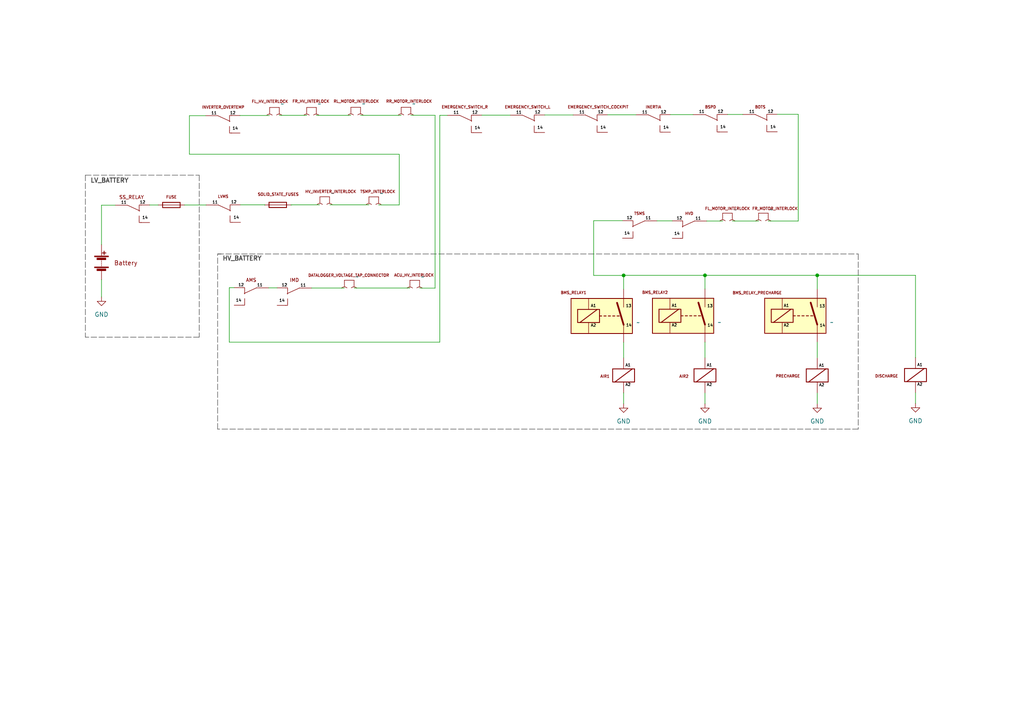
<source format=kicad_sch>
(kicad_sch (version 20230121) (generator eeschema)
  (paper "A4")
  (lib_symbols
    (symbol "ADW11_1"
      (property "Reference" "K5" (at 4.5466 0.8636 0))
      (property "Value" "ADW11" (at 4.5466 -1.6764 0))
      (symbol "ADW11_1_1_1"
        (rectangle (start -3.1496 2.1336) (end 3.2004 -1.6764) (stroke (width 0.254)))
        (polyline (pts (xy -2.5146 -1.6764) (xy 2.5654 2.1336)) (stroke (width 0.254)))
        (polyline (pts (xy 0.0254 -4.8514) (xy 0.0254 -1.6764)))
        (polyline (pts (xy 0.0254 5.3086) (xy 0.0254 2.1336)))
      )
    )
    (symbol "DIPxx-1Axx-12x_1"
      (property "Value" "~" (at 8.7376 -1.905 0))
      (symbol "DIPxx-1Axx-12x_1_0_1"
        (rectangle (start -10.16 5.08) (end 7.62 -5.08) (stroke (width 0.254)) (fill (type background)))
        (rectangle (start -8.255 1.905) (end -1.905 -1.905) (stroke (width 0.254)))
        (polyline (pts (xy -7.62 -1.905) (xy -2.54 1.905)) (stroke (width 0.254)))
        (polyline (pts (xy -5.08 -5.08) (xy -5.08 -1.905)))
        (polyline (pts (xy -5.08 5.08) (xy -5.08 1.905)))
        (polyline (pts (xy -1.905 0) (xy -1.27 0)) (stroke (width 0.254)))
        (polyline (pts (xy -0.635 0) (xy 0 0)) (stroke (width 0.254)))
        (polyline (pts (xy 0.635 0) (xy 1.27 0)) (stroke (width 0.254)))
        (polyline (pts (xy 1.905 0) (xy 2.54 0)) (stroke (width 0.254)))
        (polyline (pts (xy 3.175 0) (xy 3.81 0)) (stroke (width 0.254)))
        (polyline (pts (xy 5.08 -2.54) (xy 3.175 3.81)) (stroke (width 0.508)))
        (polyline (pts (xy 5.08 -2.54) (xy 5.08 -5.08)))
        (polyline (pts (xy 5.08 5.1054) (xy 5.08 2.54) (xy 5.08 2.5654)))
      )
      (symbol "DIPxx-1Axx-12x_1_1_1"
        (pin passive line (at 5.08 -7.6454 90) (length 2.54) (name "~") (number ""))
        (pin passive line (at 5.08 7.7724 270) (length 2.54) (name "~") (number ""))
      )
    )
    (symbol "DIPxx-1Axx-12x_2"
      (property "Value" "~" (at 8.7376 -1.905 0))
      (symbol "DIPxx-1Axx-12x_2_0_1"
        (rectangle (start -10.16 5.08) (end 7.62 -5.08) (stroke (width 0.254)) (fill (type background)))
        (rectangle (start -8.255 1.905) (end -1.905 -1.905) (stroke (width 0.254)))
        (polyline (pts (xy -7.62 -1.905) (xy -2.54 1.905)) (stroke (width 0.254)))
        (polyline (pts (xy -5.08 -5.08) (xy -5.08 -1.905)))
        (polyline (pts (xy -5.08 5.08) (xy -5.08 1.905)))
        (polyline (pts (xy -1.905 0) (xy -1.27 0)) (stroke (width 0.254)))
        (polyline (pts (xy -0.635 0) (xy 0 0)) (stroke (width 0.254)))
        (polyline (pts (xy 0.635 0) (xy 1.27 0)) (stroke (width 0.254)))
        (polyline (pts (xy 1.905 0) (xy 2.54 0)) (stroke (width 0.254)))
        (polyline (pts (xy 3.175 0) (xy 3.81 0)) (stroke (width 0.254)))
        (polyline (pts (xy 5.08 -2.54) (xy 3.175 3.81)) (stroke (width 0.508)))
        (polyline (pts (xy 5.08 -2.54) (xy 5.08 -5.08)))
        (polyline (pts (xy 5.08 5.1054) (xy 5.08 2.54) (xy 5.08 2.5654)))
      )
      (symbol "DIPxx-1Axx-12x_2_1_1"
        (pin passive line (at 5.08 -7.6454 90) (length 2.54) (name "~") (number ""))
        (pin passive line (at 5.08 7.7724 270) (length 2.54) (name "~") (number ""))
      )
    )
    (symbol "DIPxx-1Axx-12x_3"
      (property "Value" "~" (at 8.7376 -1.905 0))
      (symbol "DIPxx-1Axx-12x_3_0_1"
        (rectangle (start -10.16 5.08) (end 7.62 -5.08) (stroke (width 0.254)) (fill (type background)))
        (rectangle (start -8.255 1.905) (end -1.905 -1.905) (stroke (width 0.254)))
        (polyline (pts (xy -7.62 -1.905) (xy -2.54 1.905)) (stroke (width 0.254)))
        (polyline (pts (xy -5.08 -5.08) (xy -5.08 -1.905)))
        (polyline (pts (xy -5.08 5.08) (xy -5.08 1.905)))
        (polyline (pts (xy -1.905 0) (xy -1.27 0)) (stroke (width 0.254)))
        (polyline (pts (xy -0.635 0) (xy 0 0)) (stroke (width 0.254)))
        (polyline (pts (xy 0.635 0) (xy 1.27 0)) (stroke (width 0.254)))
        (polyline (pts (xy 1.905 0) (xy 2.54 0)) (stroke (width 0.254)))
        (polyline (pts (xy 3.175 0) (xy 3.81 0)) (stroke (width 0.254)))
        (polyline (pts (xy 5.08 -2.54) (xy 3.175 3.81)) (stroke (width 0.508)))
        (polyline (pts (xy 5.08 -2.54) (xy 5.08 -5.08)))
        (polyline (pts (xy 5.08 5.1054) (xy 5.08 2.54) (xy 5.08 2.5654)))
      )
      (symbol "DIPxx-1Axx-12x_3_1_1"
        (pin passive line (at 5.08 -7.6454 90) (length 2.54) (name "~") (number ""))
        (pin passive line (at 5.08 7.7724 270) (length 2.54) (name "~") (number ""))
      )
    )
    (symbol "Device:Battery" (pin_numbers hide) (pin_names (offset 0) hide)
      (property "Reference" "BT" (at 2.54 2.54 0))
      (property "Value" "Battery" (at 2.54 0 0))
      (symbol "Battery_0_1"
        (rectangle (start -2.032 -1.397) (end 2.032 -1.651) (fill (type outline)))
        (rectangle (start -2.032 1.778) (end 2.032 1.524) (fill (type outline)))
        (rectangle (start -1.3208 -1.9812) (end 1.27 -2.4892) (fill (type outline)))
        (rectangle (start -1.3208 1.1938) (end 1.27 0.6858) (fill (type outline)))
        (polyline (pts (xy 0 -1.524) (xy 0 -1.27)))
        (polyline (pts (xy 0 -1.016) (xy 0 -0.762)))
        (polyline (pts (xy 0 -0.508) (xy 0 -0.254)))
        (polyline (pts (xy 0 0) (xy 0 0.254)))
        (polyline (pts (xy 0 0.508) (xy 0 0.762)))
        (polyline (pts (xy 0 1.778) (xy 0 2.54)))
        (polyline (pts (xy 0.254 2.667) (xy 1.27 2.667)) (stroke (width 0.254)))
        (polyline (pts (xy 0.762 3.175) (xy 0.762 2.159)) (stroke (width 0.254)))
      )
      (symbol "Battery_1_1"
        (pin passive line (at 0 5.08 270) (length 2.54) (name "+") (number "1"))
        (pin passive line (at 0 -5.08 90) (length 2.54) (name "-") (number "2"))
      )
    )
    (symbol "Device:Fuse" (pin_numbers hide) (pin_names (offset 0))
      (property "Reference" "F" (at 2.032 0 90))
      (property "Value" "Fuse" (at -1.905 0 90))
      (symbol "Fuse_0_1"
        (rectangle (start -0.762 -2.54) (end 0.762 2.54) (stroke (width 0.254)))
        (polyline (pts (xy 0 2.54) (xy 0 -2.54)))
      )
      (symbol "Fuse_1_1"
        (pin passive line (at 0 3.81 270) (length 1.27) (name "~") (number "1"))
        (pin passive line (at 0 -3.81 90) (length 1.27) (name "~") (number "2"))
      )
    )
    (symbol "Inter_1"
      (property "Reference" "Intr" (at -2.1082 0.6604 0))
      (symbol "Inter_1_0_1"
        (arc (start -2.9718 -3.2512) (mid -3.7338 -2.9356) (end -4.4958 -3.2512))
        (arc (start -0.1778 -3.2765) (mid -0.9293 -2.9356) (end -1.7018 -3.2258))
        (polyline (pts (xy -3.7084 -2.8448) (xy -3.7084 -1.016)))
        (polyline (pts (xy -3.7084 -1.016) (xy -0.9144 -1.016)))
        (polyline (pts (xy -0.9144 -2.921) (xy -0.9144 -1.016)))
      )
    )
    (symbol "SW_SPDT_1" (pin_names (offset 0) hide)
      (property "Reference" "SW3" (at -0.0762 4.064 0))
      (property "Value" "SW_SPDT" (at -0.0762 1.524 0))
      (symbol "SW_SPDT_1_0_1"
        (polyline (pts (xy -2.5146 0) (xy -1.4986 0)))
        (polyline (pts (xy -1.524 0) (xy 2.032 -1.6256)))
        (polyline (pts (xy 1.8796 -3.0988) (xy 1.8796 -4.4196)))
        (polyline (pts (xy 1.8796 -0.4572) (xy 1.8796 -1.778)))
        (polyline (pts (xy 1.8796 -4.4196) (xy 1.8796 -5.0292) (xy 2.4638 -5.0292)))
        (polyline (pts (xy 1.8796 -0.4064) (xy 1.8796 0.0508) (xy 2.4892 0.0508)))
      )
      (symbol "SW_SPDT_1_1_1"
        (pin passive line (at 4.9276 0.0508 180) (length 2.54) (name "A") (number ""))
        (pin passive line (at -5.08 0 0) (length 2.54) (name "B") (number ""))
        (pin passive line (at 4.9276 -5.0292 180) (length 2.54) (name "C") (number ""))
      )
    )
    (symbol "power:GND" (power) (pin_names (offset 0))
      (property "Value" "GND" (at 0 -3.81 0))
      (symbol "GND_0_1"
        (polyline (pts (xy 0 0) (xy 0 -1.27) (xy 1.27 -1.27) (xy 0 -2.54) (xy -1.27 -1.27) (xy 0 -1.27)))
      )
      (symbol "GND_1_1"
        (pin power_in line (at 0 0 270) (length 0) hide (name "GND") (number "1"))
      )
    )
  )
  (junction (at 237.0328 79.8576))
  (junction (at 180.8734 79.883))
  (junction (at 204.47 79.8576))
  (wire (pts (xy 176.2252 33.2994) (xy 184.4548 33.2994)))
  (wire (pts (xy 127.5588 33.4518) (xy 129.7432 33.4518)))
  (wire (pts (xy 237.0328 114.0206) (xy 237.0328 117.094)))
  (wire (pts (xy 29.4386 59.5122) (xy 29.4386 70.9422)))
  (wire (pts (xy 91.7448 33.4518) (xy 101.727 33.4518)))
  (polyline (pts (xy 63.1952 73.66) (xy 248.92 73.66)) (stroke (width 0) (type dash) (color 72 72 72 1)))
  (wire (pts (xy 84.582 59.4106) (xy 92.6846 59.4106)))
  (polyline (pts (xy 63.119 73.66) (xy 64.135 73.66)) (stroke (width 0) (type dash) (color 72 72 72 1)))
  (wire (pts (xy 121.7168 83.566) (xy 126.1872 83.566)))
  (wire (pts (xy 211.0232 33.1978) (xy 215.4428 33.1978)))
  (wire (pts (xy 59.7662 59.4614) (xy 53.5178 59.4614)))
  (wire (pts (xy 204.47 79.8576) (xy 237.0328 79.8576)))
  (wire (pts (xy 76.8096 59.436) (xy 76.8096 59.4106)))
  (wire (pts (xy 66.4972 83.439) (xy 67.9196 83.439)))
  (wire (pts (xy 54.9402 33.5534) (xy 59.6138 33.5534)))
  (wire (pts (xy 29.4386 81.1022) (xy 29.4386 86.1314)))
  (polyline (pts (xy 57.785 97.79) (xy 24.765 97.79)) (stroke (width 0) (type dash) (color 72 72 72 1)))
  (polyline (pts (xy 24.765 50.8) (xy 57.785 50.8)) (stroke (width 0) (type dash) (color 72 72 72 1)))
  (wire (pts (xy 180.8734 79.8576) (xy 204.47 79.8576)))
  (wire (pts (xy 265.5316 113.919) (xy 265.5316 116.9924)))
  (wire (pts (xy 84.582 59.436) (xy 84.582 59.4106)))
  (wire (pts (xy 90.3732 83.5406) (xy 99.8728 83.5406)))
  (wire (pts (xy 43.4086 59.4614) (xy 45.8978 59.4614)))
  (polyline (pts (xy 248.92 124.46) (xy 63.119 124.46)) (stroke (width 0) (type dash) (color 72 72 72 1)))
  (wire (pts (xy 139.7508 33.401) (xy 147.9804 33.401)))
  (wire (pts (xy 81.0006 33.4518) (xy 88.9762 33.4518)))
  (wire (pts (xy 209.6008 64.1096) (xy 204.978 64.1096)))
  (wire (pts (xy 29.4386 59.5122) (xy 33.401 59.5122)))
  (wire (pts (xy 66.4972 99.2378) (xy 127.5588 99.2378)))
  (wire (pts (xy 104.5718 33.4518) (xy 116.3574 33.4518)))
  (wire (pts (xy 76.8096 59.436) (xy 76.7588 59.436)))
  (wire (pts (xy 102.7176 83.5406) (xy 118.8974 83.5406)))
  (wire (pts (xy 194.4624 33.2486) (xy 201.0156 33.2486)))
  (wire (pts (xy 204.47 114.0206) (xy 204.47 117.094)))
  (wire (pts (xy 115.7986 59.436) (xy 115.7986 44.7294)))
  (wire (pts (xy 225.4504 33.147) (xy 231.521 33.147)))
  (wire (pts (xy 157.988 33.3502) (xy 166.2176 33.3502)))
  (wire (pts (xy 194.9704 64.0588) (xy 190.5508 64.0588)))
  (wire (pts (xy 180.5432 64.008) (xy 172.1866 64.008)))
  (wire (pts (xy 84.3788 59.436) (xy 84.582 59.436)))
  (wire (pts (xy 212.4202 64.1096) (xy 220.0402 64.1096)))
  (wire (pts (xy 69.6214 33.5026) (xy 78.1558 33.5026)))
  (wire (pts (xy 204.47 99.2378) (xy 204.47 103.7336)))
  (wire (pts (xy 237.0328 79.8576) (xy 237.0328 83.82)))
  (wire (pts (xy 237.0328 79.8576) (xy 265.5316 79.8576)))
  (wire (pts (xy 126.1872 33.4264) (xy 126.1872 83.566)))
  (wire (pts (xy 66.4972 83.439) (xy 66.4972 99.2378)))
  (wire (pts (xy 76.8096 59.4106) (xy 69.7738 59.4106)))
  (wire (pts (xy 180.8734 79.883) (xy 180.8734 83.8708)))
  (wire (pts (xy 172.1866 64.008) (xy 172.1866 79.883)))
  (wire (pts (xy 95.6818 59.4106) (xy 107.0356 59.4106)))
  (wire (pts (xy 172.1866 79.883) (xy 180.8734 79.883)))
  (wire (pts (xy 180.8734 99.2886) (xy 180.8734 103.7844)))
  (wire (pts (xy 265.5316 79.8576) (xy 265.5316 103.759)))
  (wire (pts (xy 119.126 33.4264) (xy 126.1872 33.4264)))
  (wire (pts (xy 127.5588 33.4518) (xy 127.5588 99.2378)))
  (wire (pts (xy 237.0328 99.2378) (xy 237.0328 103.7336)))
  (wire (pts (xy 109.8042 59.436) (xy 115.7986 59.436)))
  (polyline (pts (xy 63.119 124.46) (xy 63.119 73.66)) (stroke (width 0) (type dash) (color 72 72 72 1)))
  (polyline (pts (xy 57.785 50.8) (xy 57.785 97.79)) (stroke (width 0) (type dash) (color 72 72 72 1)))
  (wire (pts (xy 180.8734 113.919) (xy 180.8734 117.094)))
  (polyline (pts (xy 24.765 50.8) (xy 24.765 97.79)) (stroke (width 0) (type dash) (color 72 72 72 1)))
  (wire (pts (xy 204.47 79.8576) (xy 204.47 83.82)))
  (wire (pts (xy 231.521 33.147) (xy 231.521 64.1096)))
  (wire (pts (xy 180.8734 79.8576) (xy 180.8734 79.883)))
  (wire (pts (xy 54.9402 44.7294) (xy 54.9402 33.5534)))
  (wire (pts (xy 54.9402 44.7294) (xy 115.7986 44.7294)))
  (polyline (pts (xy 248.92 73.66) (xy 248.92 124.46)) (stroke (width 0) (type dash) (color 72 72 72 1)))
  (wire (pts (xy 222.8088 64.1096) (xy 231.521 64.1096)))
  (wire (pts (xy 77.9272 83.4898) (xy 80.3656 83.4898)))
  (text "11" (at 131.445 33.3248 0) (effects (font (size 0.8 0.8)) (justify left bottom)))
  (text "11" (at 149.6314 33.274 0) (effects (font (size 0.8 0.8)) (justify left bottom)))
  (text "DATALOGGER_VOLTAGE_TAP_CONNECTOR" (at 89.3318 80.5688 0) (effects (font (size 0.8 0.8)) (justify left bottom)))
  (text "12" (at 66.9544 59.2836 0) (effects (font (size 0.8 0.8)) (justify left bottom)))
  (text "11" (at 186.1566 33.2232 0) (effects (font (size 0.8 0.8)) (justify left bottom)))
  (text "A2" (at 171.2976 95.0214 0) (effects (font (size 0.8 0.8)) (justify left bottom)))
  (text "FL_HV_INTERLOCK" (at 72.9488 30.1498 0) (effects (font (size 0.8 0.8)) (justify left bottom)))
  (text "A1" (at 194.7672 89.3064 0) (effects (font (size 0.8 0.8)) (justify left bottom)))
  (text "A1" (at 265.9634 106.5022 0) (effects (font (size 0.8 0.8)) (justify left bottom)))
  (text "HV_BATTERY" (at 64.4652 75.8952 0) (effects (font (size 1.27 1.27) (thickness 0.254) bold) (justify left bottom)))
  (text "12" (at 83.3628 83.3628 0) (effects (font (size 0.8 0.8)) (justify right bottom)))
  (text "12" (at 208.1022 33.02 0) (effects (font (size 0.8 0.8)) (justify left bottom)))
  (text "12" (at 155.067 33.2232 0) (effects (font (size 0.8 0.8)) (justify left bottom)))
  (text "BMS_RELAY1" (at 162.56 85.598 0) (effects (font (size 0.8 0.8)) (justify left bottom)))
  (text "14" (at 137.5918 37.7444 0) (effects (font (size 0.8 0.8)) (justify left bottom)))
  (text "11" (at 61.214 33.4772 0) (effects (font (size 0.8 0.8)) (justify left bottom)))
  (text "11" (at 203.3524 64.008 0) (effects (font (size 0.8 0.8)) (justify right bottom)))
  (text "RR_MOTOR_INTERLOCK" (at 111.9124 30.099 0) (effects (font (size 0.8 0.8)) (justify left bottom)))
  (text "A2" (at 265.9634 112.1664 0) (effects (font (size 0.8 0.8)) (justify left bottom)))
  (text "A2" (at 227.2538 94.996 0) (effects (font (size 0.8 0.8)) (justify left bottom)))
  (text "A2" (at 204.9272 112.2426 0) (effects (font (size 0.8 0.8)) (justify left bottom)))
  (text "12" (at 136.8806 33.274 0) (effects (font (size 0.8 0.8)) (justify left bottom)))
  (text "A2" (at 181.3306 112.2426 0) (effects (font (size 0.8 0.8)) (justify left bottom)))
  (text "13" (at 181.4576 89.3826 0) (effects (font (size 0.8 0.8)) (justify left bottom)))
  (text "TSMP_INTERLOCK" (at 104.394 56.2864 0) (effects (font (size 0.8 0.8)) (justify left bottom)))
  (text "14" (at 82.6516 87.8332 0) (effects (font (size 0.8 0.8)) (justify right bottom)))
  (text "11" (at 61.5188 59.3344 0) (effects (font (size 0.8 0.8)) (justify left bottom)))
  (text "14" (at 237.6932 95.0722 0) (effects (font (size 0.8 0.8)) (justify left bottom)))
  (text "BMS_RELAY_PRECHARGE" (at 212.3948 85.6488 0) (effects (font (size 0.8 0.8)) (justify left bottom)))
  (text "12" (at 191.5922 33.1724 0) (effects (font (size 0.8 0.8)) (justify left bottom)))
  (text "12" (at 70.7898 83.312 0) (effects (font (size 0.8 0.8)) (justify right bottom)))
  (text "BMS_RELAY2" (at 186.182 85.5472 0) (effects (font (size 0.8 0.8)) (justify left bottom)))
  (text "14" (at 67.6656 63.754 0) (effects (font (size 0.8 0.8)) (justify left bottom)))
  (text "FR_HV_INTERLOCK" (at 84.7344 30.099 0) (effects (font (size 0.8 0.8)) (justify left bottom)))
  (text "13" (at 237.617 89.4588 0) (effects (font (size 0.8 0.8)) (justify left bottom)))
  (text "11" (at 217.1954 33.0708 0) (effects (font (size 0.8 0.8)) (justify left bottom)))
  (text "11" (at 35.052 59.3852 0) (effects (font (size 0.8 0.8)) (justify left bottom)))
  (text "FL_MOTOR_INTERLOCK" (at 204.4192 61.214 0) (effects (font (size 0.8 0.8)) (justify left bottom)))
  (text "13" (at 205.0542 89.408 0) (effects (font (size 0.8 0.8)) (justify left bottom)))
  (text "11" (at 76.2254 83.3628 0) (effects (font (size 0.8 0.8)) (justify right bottom)))
  (text "14" (at 70.0786 87.7824 0) (effects (font (size 0.8 0.8)) (justify right bottom)))
  (text "A2" (at 194.7672 94.9706 0) (effects (font (size 0.8 0.8)) (justify left bottom)))
  (text "14" (at 181.5338 94.996 0) (effects (font (size 0.8 0.8)) (justify left bottom)))
  (text "A1" (at 227.2538 89.3318 0) (effects (font (size 0.8 0.8)) (justify left bottom)))
  (text "12" (at 66.6496 33.4264 0) (effects (font (size 0.8 0.8)) (justify left bottom)))
  (text "14" (at 67.3608 37.8968 0) (effects (font (size 0.8 0.8)) (justify left bottom)))
  (text "12" (at 222.631 33.02 0) (effects (font (size 0.8 0.8)) (justify left bottom)))
  (text "14" (at 155.7782 37.6936 0) (effects (font (size 0.8 0.8)) (justify left bottom)))
  (text "14" (at 205.1304 95.0214 0) (effects (font (size 0.8 0.8)) (justify left bottom)))
  (text "11" (at 88.7984 83.4136 0) (effects (font (size 0.8 0.8)) (justify right bottom)))
  (text "12" (at 183.4388 63.8556 0) (effects (font (size 0.8 0.8)) (justify right bottom)))
  (text "11" (at 202.6666 33.0708 0) (effects (font (size 0.8 0.8)) (justify left bottom)))
  (text "12" (at 40.4876 59.3344 0) (effects (font (size 0.8 0.8)) (justify left bottom)))
  (text "11" (at 188.8744 63.9064 0) (effects (font (size 0.8 0.8)) (justify right bottom)))
  (text "A1" (at 181.3306 106.5784 0) (effects (font (size 0.8 0.8)) (justify left bottom)))
  (text "14" (at 208.8134 37.4904 0) (effects (font (size 0.8 0.8)) (justify left bottom)))
  (text "14" (at 197.2056 68.4276 0) (effects (font (size 0.8 0.8)) (justify right bottom)))
  (text "A1" (at 204.9272 106.5784 0) (effects (font (size 0.8 0.8)) (justify left bottom)))
  (text "A2" (at 237.49 112.3188 0) (effects (font (size 0.8 0.8)) (justify left bottom)))
  (text "A1" (at 171.2976 89.3572 0) (effects (font (size 0.8 0.8)) (justify left bottom)))
  (text "FR_MOTOR_INTERLOCK" (at 218.1098 61.214 0) (effects (font (size 0.8 0.8)) (justify left bottom)))
  (text "14" (at 192.3034 37.6428 0) (effects (font (size 0.8 0.8)) (justify left bottom)))
  (text "14" (at 174.0662 37.6428 0) (effects (font (size 0.8 0.8)) (justify left bottom)))
  (text "LV_BATTERY" (at 26.162 53.2892 0) (effects (font (size 1.27 1.27) (thickness 0.254) bold) (justify left bottom)))
  (text "A1" (at 237.49 106.6546 0) (effects (font (size 0.8 0.8)) (justify left bottom)))
  (text "12" (at 173.355 33.1724 0) (effects (font (size 0.8 0.8)) (justify left bottom)))
  (text "14" (at 182.7276 68.326 0) (effects (font (size 0.8 0.8)) (justify right bottom)))
  (text "RL_MOTOR_INTERLOCK" (at 96.6724 30.099 0) (effects (font (size 0.8 0.8)) (justify left bottom)))
  (text "14" (at 41.1988 63.8048 0) (effects (font (size 0.8 0.8)) (justify left bottom)))
  (text "12" (at 197.9168 63.9572 0) (effects (font (size 0.8 0.8)) (justify right bottom)))
  (text "11" (at 167.9194 33.2232 0) (effects (font (size 0.8 0.8)) (justify left bottom)))
  (text "14" (at 223.3422 37.4904 0) (effects (font (size 0.8 0.8)) (justify left bottom)))
  (text "HV_INVERTER_INTERLOCK" (at 88.4428 56.2864 0) (effects (font (size 0.8 0.8)) (justify left bottom)))
  (text "ACU_HV_INTERLOCK" (at 114.2238 80.518 0) (effects (font (size 0.8 0.8)) (justify left bottom)))
  (symbol (lib_name "SW_SPDT_1") (lib_id "Switch:SW_SPDT") (at 64.6938 33.5534 0) (unit 1)
    (property "Reference" "SW2" (effects hide))
    (property "Value" "INVERTER_OVERTEMP" (at 64.7192 31.0896 0) (effects (font (size 0.8 0.8))))
  )
  (symbol (lib_name "ADW11_1") (lib_id "Relay:ADW11") (at 265.5062 109.0168 0) (unit 1)
    (property "Reference" "DISCHARGE" (at 253.7714 109.0676 0) (effects (font (size 0.8 0.8)) (justify left)))
    (property "Value" "ADW11" (effects hide))
    (property "Footprint" "Relay_THT:Relay_1P1T_NO_10x24x18.8mm_Panasonic_ADW11xxxxW_THT" (effects hide))
    (property "Datasheet" "https://www.panasonic-electric-works.com/pew/es/downloads/ds_dw_hl_en.pdf" (effects hide))
  )
  (symbol (lib_name "Inter_1") (lib_id "New_Library_0:Inter") (at 92.6592 30.1498 0) (unit 1)
    (property "Reference" "Intr4" (effects hide))
    (property "Value" "~" (at 92.6592 30.1498 0))
  )
  (symbol (lib_name "SW_SPDT_1") (lib_id "Switch:SW_SPDT") (at 199.898 64.1096 0) (mirror y) (unit 1)
    (property "Reference" "SW12" (effects hide))
    (property "Value" "HVD" (at 199.898 61.9252 0) (effects (font (size 0.8 0.8))))
  )
  (symbol (lib_name "Inter_1") (lib_id "New_Library_0:Inter") (at 223.7232 60.8076 0) (unit 1)
    (property "Reference" "Intr10" (effects hide))
    (property "Value" "~" (at 223.7232 60.8076 0))
  )
  (symbol (lib_id "Device:Battery") (at 29.4386 76.0222 0) (unit 1)
    (property "Reference" "BATTERY" (effects hide))
    (property "Value" "Battery" (at 33.02 76.2762 0) (effects (justify left)))
  )
  (symbol (lib_name "DIPxx-1Axx-12x_3") (lib_id "Relay:DIPxx-1Axx-12x") (at 199.39 91.5924 0) (unit 1)
    (property "Reference" "K1" (effects hide))
    (property "Value" "~" (at 208.1276 93.4974 0) (effects (justify left)))
    (property "Footprint" "Relay_THT:Relay_StandexMeder_DIP_LowProfile" (effects hide))
  )
  (symbol (lib_name "SW_SPDT_1") (lib_id "Switch:SW_SPDT") (at 38.481 59.5122 0) (unit 1)
    (property "Reference" "SS_RELAY" (at 38.1508 57.2008 0) (effects (font (size 1 1))))
    (property "Value" "SW_SPDT" (effects hide))
  )
  (symbol (lib_name "ADW11_1") (lib_id "Relay:ADW11") (at 204.4446 109.093 0) (unit 1)
    (property "Reference" "AIR2" (at 196.977 109.1438 0) (effects (font (size 0.8 0.8)) (justify left)))
    (property "Value" "ADW11" (effects hide))
    (property "Footprint" "Relay_THT:Relay_1P1T_NO_10x24x18.8mm_Panasonic_ADW11xxxxW_THT" (effects hide))
    (property "Datasheet" "https://www.panasonic-electric-works.com/pew/es/downloads/ds_dw_hl_en.pdf" (effects hide))
  )
  (symbol (lib_name "SW_SPDT_1") (lib_id "Switch:SW_SPDT") (at 72.8472 83.4898 0) (mirror y) (unit 1)
    (property "Reference" "SW4" (effects hide))
    (property "Value" "AMS" (at 72.8472 81.2292 0) (effects (font (size 1 1))))
  )
  (symbol (lib_name "Inter_1") (lib_id "New_Library_0:Inter") (at 120.0658 30.099 0) (unit 1)
    (property "Reference" "Intr6" (effects hide))
    (property "Value" "~" (at 120.0658 30.099 0))
  )
  (symbol (lib_name "Inter_1") (lib_id "New_Library_0:Inter") (at 110.7186 56.0832 0) (unit 1)
    (property "Reference" "Intr2" (effects hide))
    (property "Value" "~" (at 110.7186 56.0832 0))
  )
  (symbol (lib_name "Inter_1") (lib_id "New_Library_0:Inter") (at 122.6058 80.2894 0) (unit 1)
    (property "Reference" "Intr8" (effects hide))
    (property "Value" "~" (at 122.6058 80.2894 0))
  )
  (symbol (lib_name "ADW11_1") (lib_id "Relay:ADW11") (at 237.0074 109.1184 0) (unit 1)
    (property "Reference" "PRECHARGE" (at 224.9424 109.0676 0) (effects (font (size 0.8 0.8)) (justify left)))
    (property "Value" "ADW11" (effects hide))
    (property "Footprint" "Relay_THT:Relay_1P1T_NO_10x24x18.8mm_Panasonic_ADW11xxxxW_THT" (effects hide))
    (property "Datasheet" "https://www.panasonic-electric-works.com/pew/es/downloads/ds_dw_hl_en.pdf" (effects hide))
  )
  (symbol (lib_id "Device:Fuse") (at 49.7078 59.4614 90) (unit 1)
    (property "Reference" "F1" (effects hide))
    (property "Value" "FUSE" (at 49.7078 57.15 90) (effects (font (size 0.8 0.8))))
  )
  (symbol (lib_name "SW_SPDT_1") (lib_id "Switch:SW_SPDT") (at 134.8232 33.4518 0) (unit 1)
    (property "Reference" "SW6" (effects hide))
    (property "Value" "EMERGENCY_SWITCH_R" (at 134.7978 31.0388 0) (effects (font (size 0.8 0.8))))
  )
  (symbol (lib_name "DIPxx-1Axx-12x_1") (lib_id "Relay:DIPxx-1Axx-12x") (at 231.9528 91.5924 0) (unit 1)
    (property "Reference" "K3" (effects hide))
    (property "Value" "~" (at 240.6904 93.4974 0) (effects (justify left)))
    (property "Footprint" "Relay_THT:Relay_StandexMeder_DIP_LowProfile" (effects hide))
  )
  (symbol (lib_name "DIPxx-1Axx-12x_2") (lib_id "Relay:DIPxx-1Axx-12x") (at 175.7934 91.6432 0) (unit 1)
    (property "Reference" "K2" (effects hide))
    (property "Value" "~" (at 184.531 93.5482 0) (effects (justify left)))
    (property "Footprint" "Relay_THT:Relay_StandexMeder_DIP_LowProfile" (effects hide))
  )
  (symbol (lib_name "SW_SPDT_1") (lib_id "Switch:SW_SPDT") (at 189.5348 33.2994 0) (unit 1)
    (property "Reference" "SW9" (effects hide))
    (property "Value" "INERTIA" (at 189.5094 31.0388 0) (effects (font (size 0.8 0.8))))
  )
  (symbol (lib_id "power:GND") (at 265.5316 116.9924 0) (unit 1)
    (property "Reference" "#PWR05" (effects hide))
    (property "Value" "GND" (at 265.5316 122.0724 0))
  )
  (symbol (lib_id "power:GND") (at 204.47 117.094 0) (unit 1)
    (property "Reference" "#PWR03" (effects hide))
    (property "Value" "GND" (at 204.47 122.174 0))
  )
  (symbol (lib_name "Inter_1") (lib_id "New_Library_0:Inter") (at 81.915 30.1498 0) (unit 1)
    (property "Reference" "Intr3" (effects hide))
    (property "Value" "~" (at 81.915 30.1498 0))
  )
  (symbol (lib_name "Inter_1") (lib_id "New_Library_0:Inter") (at 103.6066 80.264 0) (unit 1)
    (property "Reference" "Intr7" (effects hide))
    (property "Value" "~" (at 103.6066 80.264 0))
  )
  (symbol (lib_name "SW_SPDT_1") (lib_id "Switch:SW_SPDT") (at 153.0604 33.401 0) (unit 1)
    (property "Reference" "SW7" (effects hide))
    (property "Value" "EMERGENCY_SWITCH_L" (at 153.035 31.0388 0) (effects (font (size 0.8 0.8))))
  )
  (symbol (lib_name "SW_SPDT_1") (lib_id "Switch:SW_SPDT") (at 85.2932 83.5406 0) (mirror y) (unit 1)
    (property "Reference" "SW5" (effects hide))
    (property "Value" "IMD" (at 85.3694 81.2292 0) (effects (font (size 1 1))))
  )
  (symbol (lib_name "SW_SPDT_1") (lib_id "Switch:SW_SPDT") (at 185.4708 64.0588 0) (mirror y) (unit 1)
    (property "Reference" "SW13" (effects hide))
    (property "Value" "TSMS" (at 185.4708 61.9252 0) (effects (font (size 0.8 0.8))))
  )
  (symbol (lib_id "power:GND") (at 29.4386 86.1314 0) (unit 1)
    (property "Reference" "#PWR01" (effects hide))
    (property "Value" "GND" (at 29.4386 91.2114 0))
  )
  (symbol (lib_name "ADW11_1") (lib_id "Relay:ADW11") (at 180.848 109.1184 0) (unit 1)
    (property "Reference" "AIR1" (at 174.0662 109.1438 0) (effects (font (size 0.8 0.8)) (justify left)))
    (property "Value" "ADW11" (effects hide))
    (property "Footprint" "Relay_THT:Relay_1P1T_NO_10x24x18.8mm_Panasonic_ADW11xxxxW_THT" (effects hide))
    (property "Datasheet" "https://www.panasonic-electric-works.com/pew/es/downloads/ds_dw_hl_en.pdf" (effects hide))
  )
  (symbol (lib_name "Inter_1") (lib_id "New_Library_0:Inter") (at 96.4946 56.0578 0) (unit 1)
    (property "Reference" "Intr1" (effects hide))
    (property "Value" "~" (at 96.4946 56.0578 0))
  )
  (symbol (lib_id "power:GND") (at 237.0328 117.094 0) (unit 1)
    (property "Reference" "#PWR04" (effects hide))
    (property "Value" "GND" (at 237.0328 122.174 0))
  )
  (symbol (lib_id "Device:Fuse") (at 80.5688 59.436 90) (unit 1)
    (property "Reference" "F2" (effects hide))
    (property "Value" "SOLID_STATE_FUSES" (at 80.6958 56.3626 90) (effects (font (size 0.8 0.8))))
  )
  (symbol (lib_name "Inter_1") (lib_id "New_Library_0:Inter") (at 105.4862 30.099 0) (unit 1)
    (property "Reference" "Intr5" (effects hide))
    (property "Value" "~" (at 105.4862 30.099 0))
  )
  (symbol (lib_name "SW_SPDT_1") (lib_id "Switch:SW_SPDT") (at 220.5228 33.1978 0) (unit 1)
    (property "Reference" "SW11" (effects hide))
    (property "Value" "BOTS" (at 220.4974 31.0388 0) (effects (font (size 0.8 0.8))))
  )
  (symbol (lib_id "power:GND") (at 180.8734 117.094 0) (unit 1)
    (property "Reference" "#PWR02" (effects hide))
    (property "Value" "GND" (at 180.8734 122.174 0))
  )
  (symbol (lib_name "SW_SPDT_1") (lib_id "Switch:SW_SPDT") (at 171.2976 33.3502 0) (unit 1)
    (property "Reference" "SW8" (effects hide))
    (property "Value" "EMERGENCY_SWITCH_COCKPIT" (at 173.482 31.0388 0) (effects (font (size 0.8 0.8))))
  )
  (symbol (lib_name "SW_SPDT_1") (lib_id "Switch:SW_SPDT") (at 64.8462 59.4614 0) (unit 1)
    (property "Reference" "SW1" (effects hide))
    (property "Value" "LVMS" (at 64.7192 56.9976 0) (effects (font (size 0.8 0.8))))
  )
  (symbol (lib_name "Inter_1") (lib_id "New_Library_0:Inter") (at 213.3092 60.8076 0) (unit 1)
    (property "Reference" "Intr9" (effects hide))
    (property "Value" "~" (at 213.3092 60.8076 0))
  )
  (symbol (lib_name "SW_SPDT_1") (lib_id "Switch:SW_SPDT") (at 206.0956 33.2486 0) (unit 1)
    (property "Reference" "SW10" (effects hide))
    (property "Value" "BSPD" (at 206.0702 31.0388 0) (effects (font (size 0.8 0.8))))
  )
)
</source>
